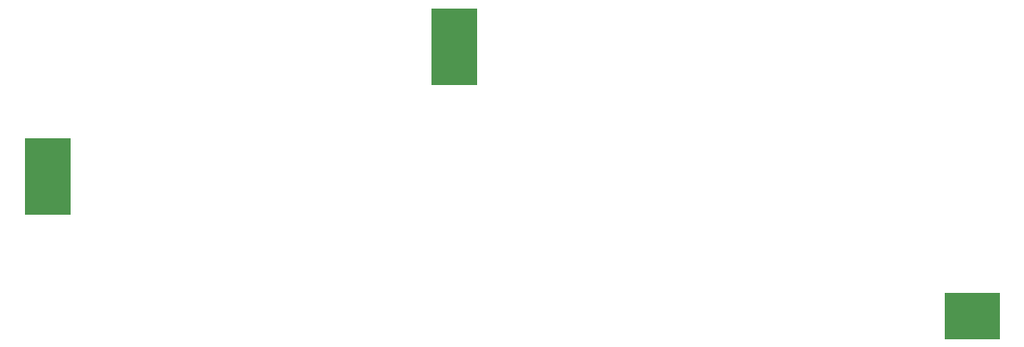
<source format=gbr>
%TF.GenerationSoftware,KiCad,Pcbnew,8.0.4*%
%TF.CreationDate,2024-09-23T09:04:20+01:00*%
%TF.ProjectId,right,72696768-742e-46b6-9963-61645f706362,rev?*%
%TF.SameCoordinates,Original*%
%TF.FileFunction,OtherDrawing,Comment*%
%FSLAX46Y46*%
G04 Gerber Fmt 4.6, Leading zero omitted, Abs format (unit mm)*
G04 Created by KiCad (PCBNEW 8.0.4) date 2024-09-23 09:04:20*
%MOMM*%
%LPD*%
G01*
G04 APERTURE LIST*
%ADD10C,0.100000*%
G04 APERTURE END LIST*
D10*
%TO.C,C4*%
X141275000Y-117999873D02*
X136875000Y-117999873D01*
X136875000Y-110499873D01*
X141275000Y-110499873D01*
X141275000Y-117999873D01*
G36*
X141275000Y-117999873D02*
G01*
X136875000Y-117999873D01*
X136875000Y-110499873D01*
X141275000Y-110499873D01*
X141275000Y-117999873D01*
G37*
%TO.C,C3*%
X192677600Y-143001438D02*
X187317600Y-143001438D01*
X187325600Y-138496438D01*
X192685600Y-138496438D01*
X192677600Y-143001438D01*
G36*
X192677600Y-143001438D02*
G01*
X187317600Y-143001438D01*
X187325600Y-138496438D01*
X192685600Y-138496438D01*
X192677600Y-143001438D01*
G37*
%TO.C,C1*%
X101310774Y-123297467D02*
X101289184Y-130757015D01*
X96911405Y-130735425D01*
X96900609Y-123254286D01*
X101310774Y-123297467D01*
G36*
X101310774Y-123297467D02*
G01*
X101289184Y-130757015D01*
X96911405Y-130735425D01*
X96900609Y-123254286D01*
X101310774Y-123297467D01*
G37*
%TD*%
M02*

</source>
